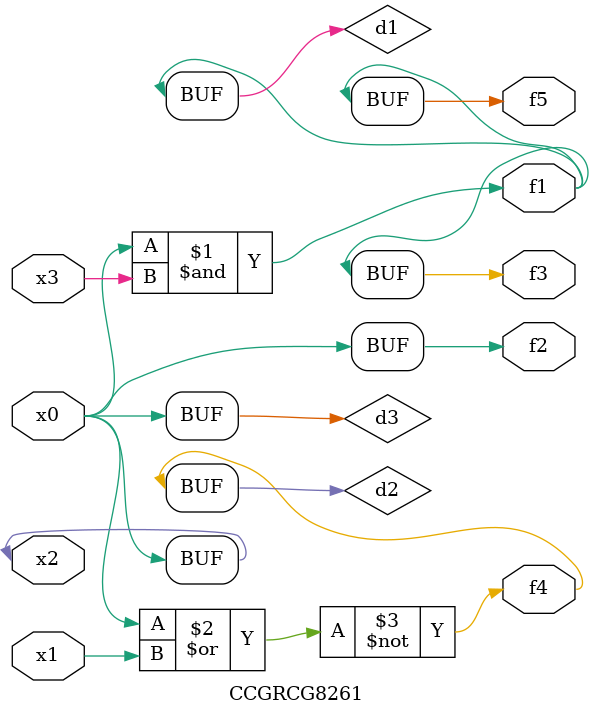
<source format=v>
module CCGRCG8261(
	input x0, x1, x2, x3,
	output f1, f2, f3, f4, f5
);

	wire d1, d2, d3;

	and (d1, x2, x3);
	nor (d2, x0, x1);
	buf (d3, x0, x2);
	assign f1 = d1;
	assign f2 = d3;
	assign f3 = d1;
	assign f4 = d2;
	assign f5 = d1;
endmodule

</source>
